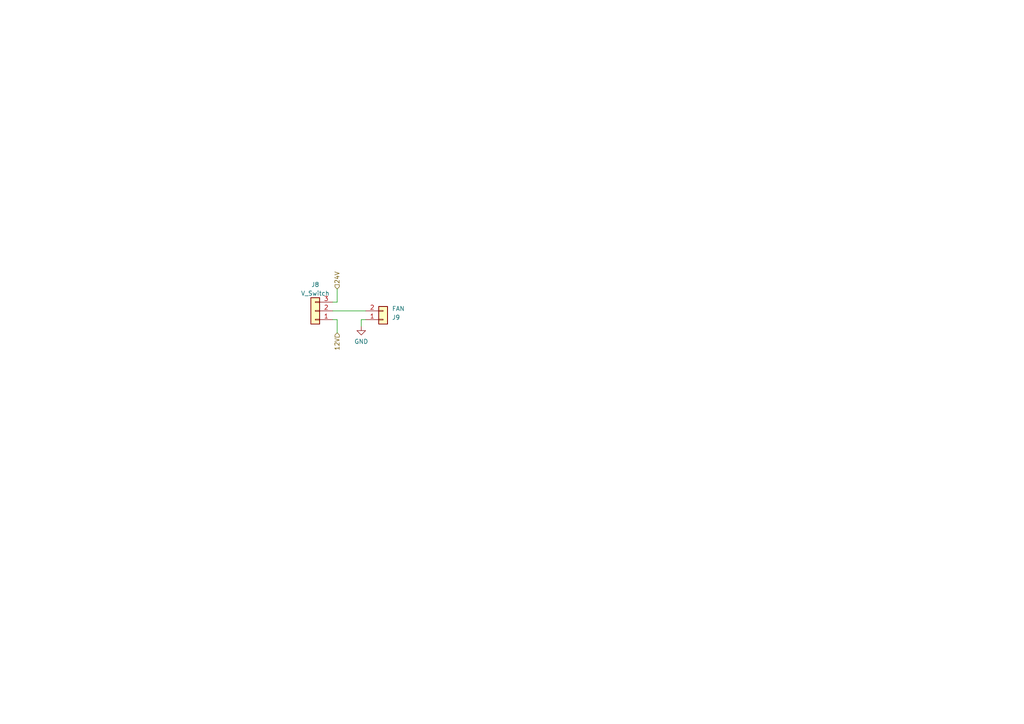
<source format=kicad_sch>
(kicad_sch (version 20230121) (generator eeschema)
  (paper "A4")
  (title_block (title "The Supluwu") (date "2023-12-29") (rev "1") (company "FG Labs"))
  (lib_symbols
    (symbol "Connector_Generic:Conn_01x02" (pin_names (offset 1.016) hide)
      (property "Reference" "J" (at 0 2.54 0))
      (property "Value" "Conn_01x02" (at 0 -5.08 0))
      (symbol "Conn_01x02_1_1"
        (rectangle (start -1.27 -2.413) (end 0 -2.667) (stroke (width 0.1524)))
        (rectangle (start -1.27 0.127) (end 0 -0.127) (stroke (width 0.1524)))
        (rectangle (start -1.27 1.27) (end 1.27 -3.81) (stroke (width 0.254)) (fill (type background)))
        (pin passive line (at -5.08 0 0) (length 3.81) (name "Pin_1") (number "1"))
        (pin passive line (at -5.08 -2.54 0) (length 3.81) (name "Pin_2") (number "2"))
      )
    )
    (symbol "Connector_Generic:Conn_01x03" (pin_names (offset 1.016) hide)
      (property "Reference" "J" (at 0 5.08 0))
      (property "Value" "Conn_01x03" (at 0 -5.08 0))
      (symbol "Conn_01x03_1_1"
        (rectangle (start -1.27 -2.413) (end 0 -2.667) (stroke (width 0.1524)))
        (rectangle (start -1.27 0.127) (end 0 -0.127) (stroke (width 0.1524)))
        (rectangle (start -1.27 2.667) (end 0 2.413) (stroke (width 0.1524)))
        (rectangle (start -1.27 3.81) (end 1.27 -3.81) (stroke (width 0.254)) (fill (type background)))
        (pin passive line (at -5.08 2.54 0) (length 3.81) (name "Pin_1") (number "1"))
        (pin passive line (at -5.08 0 0) (length 3.81) (name "Pin_2") (number "2"))
        (pin passive line (at -5.08 -2.54 0) (length 3.81) (name "Pin_3") (number "3"))
      )
    )
    (symbol "power:GND" (power) (pin_names (offset 0))
      (property "Value" "GND" (at 0 -3.81 0))
      (symbol "GND_0_1"
        (polyline (pts (xy 0 0) (xy 0 -1.27) (xy 1.27 -1.27) (xy 0 -2.54) (xy -1.27 -1.27) (xy 0 -1.27)))
      )
      (symbol "GND_1_1"
        (pin power_in line (at 0 0 270) (length 0) hide (name "GND") (number "1"))
      )
    )
  )
  (wire (pts (xy 104.775 92.71) (xy 104.775 94.615)))
  (wire (pts (xy 96.52 87.63) (xy 97.79 87.63)))
  (wire (pts (xy 97.79 92.71) (xy 97.79 96.52)))
  (wire (pts (xy 96.52 90.17) (xy 106.045 90.17)))
  (wire (pts (xy 96.52 92.71) (xy 97.79 92.71)))
  (wire (pts (xy 106.045 92.71) (xy 104.775 92.71)))
  (wire (pts (xy 97.79 83.82) (xy 97.79 87.63)))
  (hierarchical_label "24V" (shape input) (at 97.79 83.82 90))
  (hierarchical_label "12V" (shape input) (at 97.79 96.52 270))
  (symbol (lib_id "Connector_Generic:Conn_01x02") (at 111.125 92.71 0) (mirror x) (unit 1)
    (property "Reference" "J9" (at 113.665 92.075 0) (effects (justify left)))
    (property "Value" "FAN" (at 113.665 89.535 0) (effects (justify left)))
    (property "Footprint" "Connector_PinHeader_2.54mm:PinHeader_1x02_P2.54mm_Vertical" (effects hide))
  )
  (symbol (lib_id "Connector_Generic:Conn_01x03") (at 91.44 90.17 180) (unit 1)
    (property "Reference" "J8" (at 91.44 82.55 0))
    (property "Value" "V_Switch" (at 91.44 85.09 0))
    (property "Footprint" "Connector_PinHeader_2.54mm:PinHeader_1x03_P2.54mm_Vertical" (effects hide))
  )
  (symbol (lib_id "power:GND") (at 104.775 94.615 0) (unit 1)
    (property "Reference" "#PWR06" (effects hide))
    (property "Value" "GND" (at 104.775 99.06 0))
  )
)
</source>
